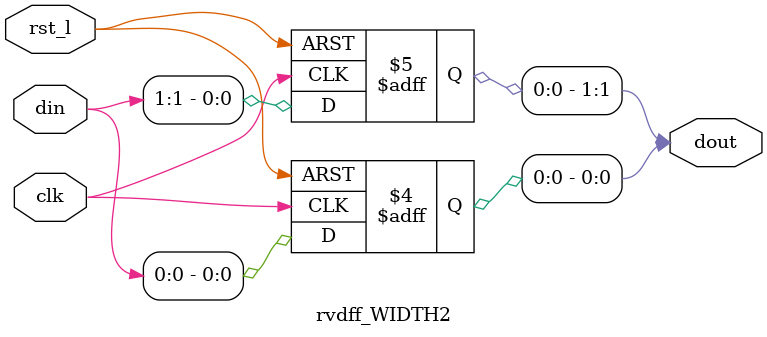
<source format=v>
module rvdff_WIDTH2
(
  din,
  clk,
  rst_l,
  dout
);

  input [1:0] din;
  output [1:0] dout;
  input clk;
  input rst_l;
  wire N0;
  reg [1:0] dout;

  always @(posedge clk or posedge N0) begin
    if(N0) begin
      dout[1] <= 1'b0;
    end else if(1'b1) begin
      dout[1] <= din[1];
    end
  end


  always @(posedge clk or posedge N0) begin
    if(N0) begin
      dout[0] <= 1'b0;
    end else if(1'b1) begin
      dout[0] <= din[0];
    end
  end

  assign N0 = ~rst_l;

endmodule
</source>
